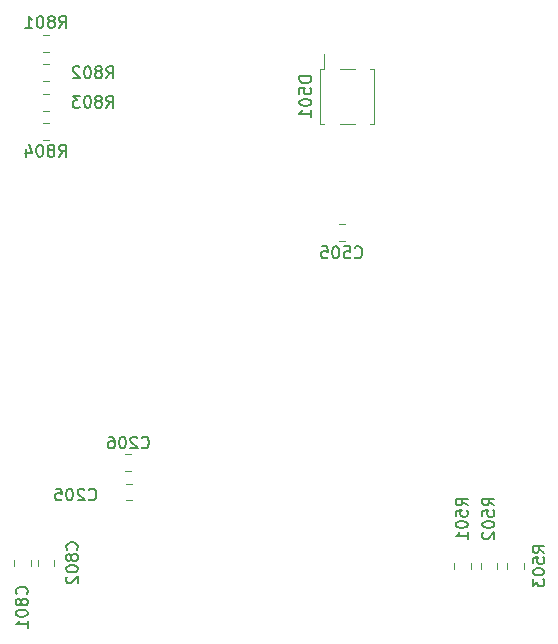
<source format=gbo>
G04 #@! TF.GenerationSoftware,KiCad,Pcbnew,(5.1.4)-1*
G04 #@! TF.CreationDate,2020-06-04T10:48:23-03:00*
G04 #@! TF.ProjectId,ModPrincipal,4d6f6450-7269-46e6-9369-70616c2e6b69,1.0*
G04 #@! TF.SameCoordinates,Original*
G04 #@! TF.FileFunction,Legend,Bot*
G04 #@! TF.FilePolarity,Positive*
%FSLAX46Y46*%
G04 Gerber Fmt 4.6, Leading zero omitted, Abs format (unit mm)*
G04 Created by KiCad (PCBNEW (5.1.4)-1) date 2020-06-04 10:48:23*
%MOMM*%
%LPD*%
G04 APERTURE LIST*
%ADD10C,0.120000*%
%ADD11C,0.150000*%
G04 APERTURE END LIST*
D10*
X51710000Y-93763748D02*
X51710000Y-94286252D01*
X50290000Y-93763748D02*
X50290000Y-94286252D01*
X49710000Y-93763748D02*
X49710000Y-94286252D01*
X48290000Y-93763748D02*
X48290000Y-94286252D01*
X50713748Y-56790000D02*
X51236252Y-56790000D01*
X50713748Y-58210000D02*
X51236252Y-58210000D01*
X50738748Y-54290000D02*
X51261252Y-54290000D01*
X50738748Y-55710000D02*
X51261252Y-55710000D01*
X50713748Y-51790000D02*
X51236252Y-51790000D01*
X50713748Y-53210000D02*
X51236252Y-53210000D01*
X50713748Y-49290000D02*
X51236252Y-49290000D01*
X50713748Y-50710000D02*
X51236252Y-50710000D01*
X90040000Y-94486252D02*
X90040000Y-93963748D01*
X91460000Y-94486252D02*
X91460000Y-93963748D01*
X87790000Y-94486252D02*
X87790000Y-93963748D01*
X89210000Y-94486252D02*
X89210000Y-93963748D01*
X85540000Y-94486252D02*
X85540000Y-93963748D01*
X86960000Y-94486252D02*
X86960000Y-93963748D01*
X77120000Y-56850000D02*
X75880000Y-56850000D01*
X77120000Y-52150000D02*
X75880000Y-52150000D01*
X74550000Y-52150000D02*
X74200000Y-52150000D01*
X74200000Y-52150000D02*
X74200000Y-56850000D01*
X74200000Y-56850000D02*
X74550000Y-56850000D01*
X74550000Y-52150000D02*
X74550000Y-50900000D01*
X78450000Y-52150000D02*
X78800000Y-52150000D01*
X78800000Y-52150000D02*
X78800000Y-56850000D01*
X78800000Y-56850000D02*
X78450000Y-56850000D01*
X76286252Y-66710000D02*
X75763748Y-66710000D01*
X76286252Y-65290000D02*
X75763748Y-65290000D01*
X58236252Y-86210000D02*
X57713748Y-86210000D01*
X58236252Y-84790000D02*
X57713748Y-84790000D01*
X58261252Y-88710000D02*
X57738748Y-88710000D01*
X58261252Y-87290000D02*
X57738748Y-87290000D01*
D11*
X53607142Y-92880952D02*
X53654761Y-92833333D01*
X53702380Y-92690476D01*
X53702380Y-92595238D01*
X53654761Y-92452380D01*
X53559523Y-92357142D01*
X53464285Y-92309523D01*
X53273809Y-92261904D01*
X53130952Y-92261904D01*
X52940476Y-92309523D01*
X52845238Y-92357142D01*
X52750000Y-92452380D01*
X52702380Y-92595238D01*
X52702380Y-92690476D01*
X52750000Y-92833333D01*
X52797619Y-92880952D01*
X53130952Y-93452380D02*
X53083333Y-93357142D01*
X53035714Y-93309523D01*
X52940476Y-93261904D01*
X52892857Y-93261904D01*
X52797619Y-93309523D01*
X52750000Y-93357142D01*
X52702380Y-93452380D01*
X52702380Y-93642857D01*
X52750000Y-93738095D01*
X52797619Y-93785714D01*
X52892857Y-93833333D01*
X52940476Y-93833333D01*
X53035714Y-93785714D01*
X53083333Y-93738095D01*
X53130952Y-93642857D01*
X53130952Y-93452380D01*
X53178571Y-93357142D01*
X53226190Y-93309523D01*
X53321428Y-93261904D01*
X53511904Y-93261904D01*
X53607142Y-93309523D01*
X53654761Y-93357142D01*
X53702380Y-93452380D01*
X53702380Y-93642857D01*
X53654761Y-93738095D01*
X53607142Y-93785714D01*
X53511904Y-93833333D01*
X53321428Y-93833333D01*
X53226190Y-93785714D01*
X53178571Y-93738095D01*
X53130952Y-93642857D01*
X52702380Y-94452380D02*
X52702380Y-94547619D01*
X52750000Y-94642857D01*
X52797619Y-94690476D01*
X52892857Y-94738095D01*
X53083333Y-94785714D01*
X53321428Y-94785714D01*
X53511904Y-94738095D01*
X53607142Y-94690476D01*
X53654761Y-94642857D01*
X53702380Y-94547619D01*
X53702380Y-94452380D01*
X53654761Y-94357142D01*
X53607142Y-94309523D01*
X53511904Y-94261904D01*
X53321428Y-94214285D01*
X53083333Y-94214285D01*
X52892857Y-94261904D01*
X52797619Y-94309523D01*
X52750000Y-94357142D01*
X52702380Y-94452380D01*
X52797619Y-95166666D02*
X52750000Y-95214285D01*
X52702380Y-95309523D01*
X52702380Y-95547619D01*
X52750000Y-95642857D01*
X52797619Y-95690476D01*
X52892857Y-95738095D01*
X52988095Y-95738095D01*
X53130952Y-95690476D01*
X53702380Y-95119047D01*
X53702380Y-95738095D01*
X49357142Y-96630952D02*
X49404761Y-96583333D01*
X49452380Y-96440476D01*
X49452380Y-96345238D01*
X49404761Y-96202380D01*
X49309523Y-96107142D01*
X49214285Y-96059523D01*
X49023809Y-96011904D01*
X48880952Y-96011904D01*
X48690476Y-96059523D01*
X48595238Y-96107142D01*
X48500000Y-96202380D01*
X48452380Y-96345238D01*
X48452380Y-96440476D01*
X48500000Y-96583333D01*
X48547619Y-96630952D01*
X48880952Y-97202380D02*
X48833333Y-97107142D01*
X48785714Y-97059523D01*
X48690476Y-97011904D01*
X48642857Y-97011904D01*
X48547619Y-97059523D01*
X48500000Y-97107142D01*
X48452380Y-97202380D01*
X48452380Y-97392857D01*
X48500000Y-97488095D01*
X48547619Y-97535714D01*
X48642857Y-97583333D01*
X48690476Y-97583333D01*
X48785714Y-97535714D01*
X48833333Y-97488095D01*
X48880952Y-97392857D01*
X48880952Y-97202380D01*
X48928571Y-97107142D01*
X48976190Y-97059523D01*
X49071428Y-97011904D01*
X49261904Y-97011904D01*
X49357142Y-97059523D01*
X49404761Y-97107142D01*
X49452380Y-97202380D01*
X49452380Y-97392857D01*
X49404761Y-97488095D01*
X49357142Y-97535714D01*
X49261904Y-97583333D01*
X49071428Y-97583333D01*
X48976190Y-97535714D01*
X48928571Y-97488095D01*
X48880952Y-97392857D01*
X48452380Y-98202380D02*
X48452380Y-98297619D01*
X48500000Y-98392857D01*
X48547619Y-98440476D01*
X48642857Y-98488095D01*
X48833333Y-98535714D01*
X49071428Y-98535714D01*
X49261904Y-98488095D01*
X49357142Y-98440476D01*
X49404761Y-98392857D01*
X49452380Y-98297619D01*
X49452380Y-98202380D01*
X49404761Y-98107142D01*
X49357142Y-98059523D01*
X49261904Y-98011904D01*
X49071428Y-97964285D01*
X48833333Y-97964285D01*
X48642857Y-98011904D01*
X48547619Y-98059523D01*
X48500000Y-98107142D01*
X48452380Y-98202380D01*
X49452380Y-99488095D02*
X49452380Y-98916666D01*
X49452380Y-99202380D02*
X48452380Y-99202380D01*
X48595238Y-99107142D01*
X48690476Y-99011904D01*
X48738095Y-98916666D01*
X52094047Y-59602380D02*
X52427380Y-59126190D01*
X52665476Y-59602380D02*
X52665476Y-58602380D01*
X52284523Y-58602380D01*
X52189285Y-58650000D01*
X52141666Y-58697619D01*
X52094047Y-58792857D01*
X52094047Y-58935714D01*
X52141666Y-59030952D01*
X52189285Y-59078571D01*
X52284523Y-59126190D01*
X52665476Y-59126190D01*
X51522619Y-59030952D02*
X51617857Y-58983333D01*
X51665476Y-58935714D01*
X51713095Y-58840476D01*
X51713095Y-58792857D01*
X51665476Y-58697619D01*
X51617857Y-58650000D01*
X51522619Y-58602380D01*
X51332142Y-58602380D01*
X51236904Y-58650000D01*
X51189285Y-58697619D01*
X51141666Y-58792857D01*
X51141666Y-58840476D01*
X51189285Y-58935714D01*
X51236904Y-58983333D01*
X51332142Y-59030952D01*
X51522619Y-59030952D01*
X51617857Y-59078571D01*
X51665476Y-59126190D01*
X51713095Y-59221428D01*
X51713095Y-59411904D01*
X51665476Y-59507142D01*
X51617857Y-59554761D01*
X51522619Y-59602380D01*
X51332142Y-59602380D01*
X51236904Y-59554761D01*
X51189285Y-59507142D01*
X51141666Y-59411904D01*
X51141666Y-59221428D01*
X51189285Y-59126190D01*
X51236904Y-59078571D01*
X51332142Y-59030952D01*
X50522619Y-58602380D02*
X50427380Y-58602380D01*
X50332142Y-58650000D01*
X50284523Y-58697619D01*
X50236904Y-58792857D01*
X50189285Y-58983333D01*
X50189285Y-59221428D01*
X50236904Y-59411904D01*
X50284523Y-59507142D01*
X50332142Y-59554761D01*
X50427380Y-59602380D01*
X50522619Y-59602380D01*
X50617857Y-59554761D01*
X50665476Y-59507142D01*
X50713095Y-59411904D01*
X50760714Y-59221428D01*
X50760714Y-58983333D01*
X50713095Y-58792857D01*
X50665476Y-58697619D01*
X50617857Y-58650000D01*
X50522619Y-58602380D01*
X49332142Y-58935714D02*
X49332142Y-59602380D01*
X49570238Y-58554761D02*
X49808333Y-59269047D01*
X49189285Y-59269047D01*
X56119047Y-55452380D02*
X56452380Y-54976190D01*
X56690476Y-55452380D02*
X56690476Y-54452380D01*
X56309523Y-54452380D01*
X56214285Y-54500000D01*
X56166666Y-54547619D01*
X56119047Y-54642857D01*
X56119047Y-54785714D01*
X56166666Y-54880952D01*
X56214285Y-54928571D01*
X56309523Y-54976190D01*
X56690476Y-54976190D01*
X55547619Y-54880952D02*
X55642857Y-54833333D01*
X55690476Y-54785714D01*
X55738095Y-54690476D01*
X55738095Y-54642857D01*
X55690476Y-54547619D01*
X55642857Y-54500000D01*
X55547619Y-54452380D01*
X55357142Y-54452380D01*
X55261904Y-54500000D01*
X55214285Y-54547619D01*
X55166666Y-54642857D01*
X55166666Y-54690476D01*
X55214285Y-54785714D01*
X55261904Y-54833333D01*
X55357142Y-54880952D01*
X55547619Y-54880952D01*
X55642857Y-54928571D01*
X55690476Y-54976190D01*
X55738095Y-55071428D01*
X55738095Y-55261904D01*
X55690476Y-55357142D01*
X55642857Y-55404761D01*
X55547619Y-55452380D01*
X55357142Y-55452380D01*
X55261904Y-55404761D01*
X55214285Y-55357142D01*
X55166666Y-55261904D01*
X55166666Y-55071428D01*
X55214285Y-54976190D01*
X55261904Y-54928571D01*
X55357142Y-54880952D01*
X54547619Y-54452380D02*
X54452380Y-54452380D01*
X54357142Y-54500000D01*
X54309523Y-54547619D01*
X54261904Y-54642857D01*
X54214285Y-54833333D01*
X54214285Y-55071428D01*
X54261904Y-55261904D01*
X54309523Y-55357142D01*
X54357142Y-55404761D01*
X54452380Y-55452380D01*
X54547619Y-55452380D01*
X54642857Y-55404761D01*
X54690476Y-55357142D01*
X54738095Y-55261904D01*
X54785714Y-55071428D01*
X54785714Y-54833333D01*
X54738095Y-54642857D01*
X54690476Y-54547619D01*
X54642857Y-54500000D01*
X54547619Y-54452380D01*
X53880952Y-54452380D02*
X53261904Y-54452380D01*
X53595238Y-54833333D01*
X53452380Y-54833333D01*
X53357142Y-54880952D01*
X53309523Y-54928571D01*
X53261904Y-55023809D01*
X53261904Y-55261904D01*
X53309523Y-55357142D01*
X53357142Y-55404761D01*
X53452380Y-55452380D01*
X53738095Y-55452380D01*
X53833333Y-55404761D01*
X53880952Y-55357142D01*
X56119047Y-52952380D02*
X56452380Y-52476190D01*
X56690476Y-52952380D02*
X56690476Y-51952380D01*
X56309523Y-51952380D01*
X56214285Y-52000000D01*
X56166666Y-52047619D01*
X56119047Y-52142857D01*
X56119047Y-52285714D01*
X56166666Y-52380952D01*
X56214285Y-52428571D01*
X56309523Y-52476190D01*
X56690476Y-52476190D01*
X55547619Y-52380952D02*
X55642857Y-52333333D01*
X55690476Y-52285714D01*
X55738095Y-52190476D01*
X55738095Y-52142857D01*
X55690476Y-52047619D01*
X55642857Y-52000000D01*
X55547619Y-51952380D01*
X55357142Y-51952380D01*
X55261904Y-52000000D01*
X55214285Y-52047619D01*
X55166666Y-52142857D01*
X55166666Y-52190476D01*
X55214285Y-52285714D01*
X55261904Y-52333333D01*
X55357142Y-52380952D01*
X55547619Y-52380952D01*
X55642857Y-52428571D01*
X55690476Y-52476190D01*
X55738095Y-52571428D01*
X55738095Y-52761904D01*
X55690476Y-52857142D01*
X55642857Y-52904761D01*
X55547619Y-52952380D01*
X55357142Y-52952380D01*
X55261904Y-52904761D01*
X55214285Y-52857142D01*
X55166666Y-52761904D01*
X55166666Y-52571428D01*
X55214285Y-52476190D01*
X55261904Y-52428571D01*
X55357142Y-52380952D01*
X54547619Y-51952380D02*
X54452380Y-51952380D01*
X54357142Y-52000000D01*
X54309523Y-52047619D01*
X54261904Y-52142857D01*
X54214285Y-52333333D01*
X54214285Y-52571428D01*
X54261904Y-52761904D01*
X54309523Y-52857142D01*
X54357142Y-52904761D01*
X54452380Y-52952380D01*
X54547619Y-52952380D01*
X54642857Y-52904761D01*
X54690476Y-52857142D01*
X54738095Y-52761904D01*
X54785714Y-52571428D01*
X54785714Y-52333333D01*
X54738095Y-52142857D01*
X54690476Y-52047619D01*
X54642857Y-52000000D01*
X54547619Y-51952380D01*
X53833333Y-52047619D02*
X53785714Y-52000000D01*
X53690476Y-51952380D01*
X53452380Y-51952380D01*
X53357142Y-52000000D01*
X53309523Y-52047619D01*
X53261904Y-52142857D01*
X53261904Y-52238095D01*
X53309523Y-52380952D01*
X53880952Y-52952380D01*
X53261904Y-52952380D01*
X52119047Y-48702380D02*
X52452380Y-48226190D01*
X52690476Y-48702380D02*
X52690476Y-47702380D01*
X52309523Y-47702380D01*
X52214285Y-47750000D01*
X52166666Y-47797619D01*
X52119047Y-47892857D01*
X52119047Y-48035714D01*
X52166666Y-48130952D01*
X52214285Y-48178571D01*
X52309523Y-48226190D01*
X52690476Y-48226190D01*
X51547619Y-48130952D02*
X51642857Y-48083333D01*
X51690476Y-48035714D01*
X51738095Y-47940476D01*
X51738095Y-47892857D01*
X51690476Y-47797619D01*
X51642857Y-47750000D01*
X51547619Y-47702380D01*
X51357142Y-47702380D01*
X51261904Y-47750000D01*
X51214285Y-47797619D01*
X51166666Y-47892857D01*
X51166666Y-47940476D01*
X51214285Y-48035714D01*
X51261904Y-48083333D01*
X51357142Y-48130952D01*
X51547619Y-48130952D01*
X51642857Y-48178571D01*
X51690476Y-48226190D01*
X51738095Y-48321428D01*
X51738095Y-48511904D01*
X51690476Y-48607142D01*
X51642857Y-48654761D01*
X51547619Y-48702380D01*
X51357142Y-48702380D01*
X51261904Y-48654761D01*
X51214285Y-48607142D01*
X51166666Y-48511904D01*
X51166666Y-48321428D01*
X51214285Y-48226190D01*
X51261904Y-48178571D01*
X51357142Y-48130952D01*
X50547619Y-47702380D02*
X50452380Y-47702380D01*
X50357142Y-47750000D01*
X50309523Y-47797619D01*
X50261904Y-47892857D01*
X50214285Y-48083333D01*
X50214285Y-48321428D01*
X50261904Y-48511904D01*
X50309523Y-48607142D01*
X50357142Y-48654761D01*
X50452380Y-48702380D01*
X50547619Y-48702380D01*
X50642857Y-48654761D01*
X50690476Y-48607142D01*
X50738095Y-48511904D01*
X50785714Y-48321428D01*
X50785714Y-48083333D01*
X50738095Y-47892857D01*
X50690476Y-47797619D01*
X50642857Y-47750000D01*
X50547619Y-47702380D01*
X49261904Y-48702380D02*
X49833333Y-48702380D01*
X49547619Y-48702380D02*
X49547619Y-47702380D01*
X49642857Y-47845238D01*
X49738095Y-47940476D01*
X49833333Y-47988095D01*
X93202380Y-93130952D02*
X92726190Y-92797619D01*
X93202380Y-92559523D02*
X92202380Y-92559523D01*
X92202380Y-92940476D01*
X92250000Y-93035714D01*
X92297619Y-93083333D01*
X92392857Y-93130952D01*
X92535714Y-93130952D01*
X92630952Y-93083333D01*
X92678571Y-93035714D01*
X92726190Y-92940476D01*
X92726190Y-92559523D01*
X92202380Y-94035714D02*
X92202380Y-93559523D01*
X92678571Y-93511904D01*
X92630952Y-93559523D01*
X92583333Y-93654761D01*
X92583333Y-93892857D01*
X92630952Y-93988095D01*
X92678571Y-94035714D01*
X92773809Y-94083333D01*
X93011904Y-94083333D01*
X93107142Y-94035714D01*
X93154761Y-93988095D01*
X93202380Y-93892857D01*
X93202380Y-93654761D01*
X93154761Y-93559523D01*
X93107142Y-93511904D01*
X92202380Y-94702380D02*
X92202380Y-94797619D01*
X92250000Y-94892857D01*
X92297619Y-94940476D01*
X92392857Y-94988095D01*
X92583333Y-95035714D01*
X92821428Y-95035714D01*
X93011904Y-94988095D01*
X93107142Y-94940476D01*
X93154761Y-94892857D01*
X93202380Y-94797619D01*
X93202380Y-94702380D01*
X93154761Y-94607142D01*
X93107142Y-94559523D01*
X93011904Y-94511904D01*
X92821428Y-94464285D01*
X92583333Y-94464285D01*
X92392857Y-94511904D01*
X92297619Y-94559523D01*
X92250000Y-94607142D01*
X92202380Y-94702380D01*
X92202380Y-95369047D02*
X92202380Y-95988095D01*
X92583333Y-95654761D01*
X92583333Y-95797619D01*
X92630952Y-95892857D01*
X92678571Y-95940476D01*
X92773809Y-95988095D01*
X93011904Y-95988095D01*
X93107142Y-95940476D01*
X93154761Y-95892857D01*
X93202380Y-95797619D01*
X93202380Y-95511904D01*
X93154761Y-95416666D01*
X93107142Y-95369047D01*
X88952380Y-89130952D02*
X88476190Y-88797619D01*
X88952380Y-88559523D02*
X87952380Y-88559523D01*
X87952380Y-88940476D01*
X88000000Y-89035714D01*
X88047619Y-89083333D01*
X88142857Y-89130952D01*
X88285714Y-89130952D01*
X88380952Y-89083333D01*
X88428571Y-89035714D01*
X88476190Y-88940476D01*
X88476190Y-88559523D01*
X87952380Y-90035714D02*
X87952380Y-89559523D01*
X88428571Y-89511904D01*
X88380952Y-89559523D01*
X88333333Y-89654761D01*
X88333333Y-89892857D01*
X88380952Y-89988095D01*
X88428571Y-90035714D01*
X88523809Y-90083333D01*
X88761904Y-90083333D01*
X88857142Y-90035714D01*
X88904761Y-89988095D01*
X88952380Y-89892857D01*
X88952380Y-89654761D01*
X88904761Y-89559523D01*
X88857142Y-89511904D01*
X87952380Y-90702380D02*
X87952380Y-90797619D01*
X88000000Y-90892857D01*
X88047619Y-90940476D01*
X88142857Y-90988095D01*
X88333333Y-91035714D01*
X88571428Y-91035714D01*
X88761904Y-90988095D01*
X88857142Y-90940476D01*
X88904761Y-90892857D01*
X88952380Y-90797619D01*
X88952380Y-90702380D01*
X88904761Y-90607142D01*
X88857142Y-90559523D01*
X88761904Y-90511904D01*
X88571428Y-90464285D01*
X88333333Y-90464285D01*
X88142857Y-90511904D01*
X88047619Y-90559523D01*
X88000000Y-90607142D01*
X87952380Y-90702380D01*
X88047619Y-91416666D02*
X88000000Y-91464285D01*
X87952380Y-91559523D01*
X87952380Y-91797619D01*
X88000000Y-91892857D01*
X88047619Y-91940476D01*
X88142857Y-91988095D01*
X88238095Y-91988095D01*
X88380952Y-91940476D01*
X88952380Y-91369047D01*
X88952380Y-91988095D01*
X86702380Y-89130952D02*
X86226190Y-88797619D01*
X86702380Y-88559523D02*
X85702380Y-88559523D01*
X85702380Y-88940476D01*
X85750000Y-89035714D01*
X85797619Y-89083333D01*
X85892857Y-89130952D01*
X86035714Y-89130952D01*
X86130952Y-89083333D01*
X86178571Y-89035714D01*
X86226190Y-88940476D01*
X86226190Y-88559523D01*
X85702380Y-90035714D02*
X85702380Y-89559523D01*
X86178571Y-89511904D01*
X86130952Y-89559523D01*
X86083333Y-89654761D01*
X86083333Y-89892857D01*
X86130952Y-89988095D01*
X86178571Y-90035714D01*
X86273809Y-90083333D01*
X86511904Y-90083333D01*
X86607142Y-90035714D01*
X86654761Y-89988095D01*
X86702380Y-89892857D01*
X86702380Y-89654761D01*
X86654761Y-89559523D01*
X86607142Y-89511904D01*
X85702380Y-90702380D02*
X85702380Y-90797619D01*
X85750000Y-90892857D01*
X85797619Y-90940476D01*
X85892857Y-90988095D01*
X86083333Y-91035714D01*
X86321428Y-91035714D01*
X86511904Y-90988095D01*
X86607142Y-90940476D01*
X86654761Y-90892857D01*
X86702380Y-90797619D01*
X86702380Y-90702380D01*
X86654761Y-90607142D01*
X86607142Y-90559523D01*
X86511904Y-90511904D01*
X86321428Y-90464285D01*
X86083333Y-90464285D01*
X85892857Y-90511904D01*
X85797619Y-90559523D01*
X85750000Y-90607142D01*
X85702380Y-90702380D01*
X86702380Y-91988095D02*
X86702380Y-91416666D01*
X86702380Y-91702380D02*
X85702380Y-91702380D01*
X85845238Y-91607142D01*
X85940476Y-91511904D01*
X85988095Y-91416666D01*
X73452380Y-52809523D02*
X72452380Y-52809523D01*
X72452380Y-53047619D01*
X72500000Y-53190476D01*
X72595238Y-53285714D01*
X72690476Y-53333333D01*
X72880952Y-53380952D01*
X73023809Y-53380952D01*
X73214285Y-53333333D01*
X73309523Y-53285714D01*
X73404761Y-53190476D01*
X73452380Y-53047619D01*
X73452380Y-52809523D01*
X72452380Y-54285714D02*
X72452380Y-53809523D01*
X72928571Y-53761904D01*
X72880952Y-53809523D01*
X72833333Y-53904761D01*
X72833333Y-54142857D01*
X72880952Y-54238095D01*
X72928571Y-54285714D01*
X73023809Y-54333333D01*
X73261904Y-54333333D01*
X73357142Y-54285714D01*
X73404761Y-54238095D01*
X73452380Y-54142857D01*
X73452380Y-53904761D01*
X73404761Y-53809523D01*
X73357142Y-53761904D01*
X72452380Y-54952380D02*
X72452380Y-55047619D01*
X72500000Y-55142857D01*
X72547619Y-55190476D01*
X72642857Y-55238095D01*
X72833333Y-55285714D01*
X73071428Y-55285714D01*
X73261904Y-55238095D01*
X73357142Y-55190476D01*
X73404761Y-55142857D01*
X73452380Y-55047619D01*
X73452380Y-54952380D01*
X73404761Y-54857142D01*
X73357142Y-54809523D01*
X73261904Y-54761904D01*
X73071428Y-54714285D01*
X72833333Y-54714285D01*
X72642857Y-54761904D01*
X72547619Y-54809523D01*
X72500000Y-54857142D01*
X72452380Y-54952380D01*
X73452380Y-56238095D02*
X73452380Y-55666666D01*
X73452380Y-55952380D02*
X72452380Y-55952380D01*
X72595238Y-55857142D01*
X72690476Y-55761904D01*
X72738095Y-55666666D01*
X77144047Y-68107142D02*
X77191666Y-68154761D01*
X77334523Y-68202380D01*
X77429761Y-68202380D01*
X77572619Y-68154761D01*
X77667857Y-68059523D01*
X77715476Y-67964285D01*
X77763095Y-67773809D01*
X77763095Y-67630952D01*
X77715476Y-67440476D01*
X77667857Y-67345238D01*
X77572619Y-67250000D01*
X77429761Y-67202380D01*
X77334523Y-67202380D01*
X77191666Y-67250000D01*
X77144047Y-67297619D01*
X76239285Y-67202380D02*
X76715476Y-67202380D01*
X76763095Y-67678571D01*
X76715476Y-67630952D01*
X76620238Y-67583333D01*
X76382142Y-67583333D01*
X76286904Y-67630952D01*
X76239285Y-67678571D01*
X76191666Y-67773809D01*
X76191666Y-68011904D01*
X76239285Y-68107142D01*
X76286904Y-68154761D01*
X76382142Y-68202380D01*
X76620238Y-68202380D01*
X76715476Y-68154761D01*
X76763095Y-68107142D01*
X75572619Y-67202380D02*
X75477380Y-67202380D01*
X75382142Y-67250000D01*
X75334523Y-67297619D01*
X75286904Y-67392857D01*
X75239285Y-67583333D01*
X75239285Y-67821428D01*
X75286904Y-68011904D01*
X75334523Y-68107142D01*
X75382142Y-68154761D01*
X75477380Y-68202380D01*
X75572619Y-68202380D01*
X75667857Y-68154761D01*
X75715476Y-68107142D01*
X75763095Y-68011904D01*
X75810714Y-67821428D01*
X75810714Y-67583333D01*
X75763095Y-67392857D01*
X75715476Y-67297619D01*
X75667857Y-67250000D01*
X75572619Y-67202380D01*
X74334523Y-67202380D02*
X74810714Y-67202380D01*
X74858333Y-67678571D01*
X74810714Y-67630952D01*
X74715476Y-67583333D01*
X74477380Y-67583333D01*
X74382142Y-67630952D01*
X74334523Y-67678571D01*
X74286904Y-67773809D01*
X74286904Y-68011904D01*
X74334523Y-68107142D01*
X74382142Y-68154761D01*
X74477380Y-68202380D01*
X74715476Y-68202380D01*
X74810714Y-68154761D01*
X74858333Y-68107142D01*
X59094047Y-84207142D02*
X59141666Y-84254761D01*
X59284523Y-84302380D01*
X59379761Y-84302380D01*
X59522619Y-84254761D01*
X59617857Y-84159523D01*
X59665476Y-84064285D01*
X59713095Y-83873809D01*
X59713095Y-83730952D01*
X59665476Y-83540476D01*
X59617857Y-83445238D01*
X59522619Y-83350000D01*
X59379761Y-83302380D01*
X59284523Y-83302380D01*
X59141666Y-83350000D01*
X59094047Y-83397619D01*
X58713095Y-83397619D02*
X58665476Y-83350000D01*
X58570238Y-83302380D01*
X58332142Y-83302380D01*
X58236904Y-83350000D01*
X58189285Y-83397619D01*
X58141666Y-83492857D01*
X58141666Y-83588095D01*
X58189285Y-83730952D01*
X58760714Y-84302380D01*
X58141666Y-84302380D01*
X57522619Y-83302380D02*
X57427380Y-83302380D01*
X57332142Y-83350000D01*
X57284523Y-83397619D01*
X57236904Y-83492857D01*
X57189285Y-83683333D01*
X57189285Y-83921428D01*
X57236904Y-84111904D01*
X57284523Y-84207142D01*
X57332142Y-84254761D01*
X57427380Y-84302380D01*
X57522619Y-84302380D01*
X57617857Y-84254761D01*
X57665476Y-84207142D01*
X57713095Y-84111904D01*
X57760714Y-83921428D01*
X57760714Y-83683333D01*
X57713095Y-83492857D01*
X57665476Y-83397619D01*
X57617857Y-83350000D01*
X57522619Y-83302380D01*
X56332142Y-83302380D02*
X56522619Y-83302380D01*
X56617857Y-83350000D01*
X56665476Y-83397619D01*
X56760714Y-83540476D01*
X56808333Y-83730952D01*
X56808333Y-84111904D01*
X56760714Y-84207142D01*
X56713095Y-84254761D01*
X56617857Y-84302380D01*
X56427380Y-84302380D01*
X56332142Y-84254761D01*
X56284523Y-84207142D01*
X56236904Y-84111904D01*
X56236904Y-83873809D01*
X56284523Y-83778571D01*
X56332142Y-83730952D01*
X56427380Y-83683333D01*
X56617857Y-83683333D01*
X56713095Y-83730952D01*
X56760714Y-83778571D01*
X56808333Y-83873809D01*
X54619047Y-88607142D02*
X54666666Y-88654761D01*
X54809523Y-88702380D01*
X54904761Y-88702380D01*
X55047619Y-88654761D01*
X55142857Y-88559523D01*
X55190476Y-88464285D01*
X55238095Y-88273809D01*
X55238095Y-88130952D01*
X55190476Y-87940476D01*
X55142857Y-87845238D01*
X55047619Y-87750000D01*
X54904761Y-87702380D01*
X54809523Y-87702380D01*
X54666666Y-87750000D01*
X54619047Y-87797619D01*
X54238095Y-87797619D02*
X54190476Y-87750000D01*
X54095238Y-87702380D01*
X53857142Y-87702380D01*
X53761904Y-87750000D01*
X53714285Y-87797619D01*
X53666666Y-87892857D01*
X53666666Y-87988095D01*
X53714285Y-88130952D01*
X54285714Y-88702380D01*
X53666666Y-88702380D01*
X53047619Y-87702380D02*
X52952380Y-87702380D01*
X52857142Y-87750000D01*
X52809523Y-87797619D01*
X52761904Y-87892857D01*
X52714285Y-88083333D01*
X52714285Y-88321428D01*
X52761904Y-88511904D01*
X52809523Y-88607142D01*
X52857142Y-88654761D01*
X52952380Y-88702380D01*
X53047619Y-88702380D01*
X53142857Y-88654761D01*
X53190476Y-88607142D01*
X53238095Y-88511904D01*
X53285714Y-88321428D01*
X53285714Y-88083333D01*
X53238095Y-87892857D01*
X53190476Y-87797619D01*
X53142857Y-87750000D01*
X53047619Y-87702380D01*
X51809523Y-87702380D02*
X52285714Y-87702380D01*
X52333333Y-88178571D01*
X52285714Y-88130952D01*
X52190476Y-88083333D01*
X51952380Y-88083333D01*
X51857142Y-88130952D01*
X51809523Y-88178571D01*
X51761904Y-88273809D01*
X51761904Y-88511904D01*
X51809523Y-88607142D01*
X51857142Y-88654761D01*
X51952380Y-88702380D01*
X52190476Y-88702380D01*
X52285714Y-88654761D01*
X52333333Y-88607142D01*
M02*

</source>
